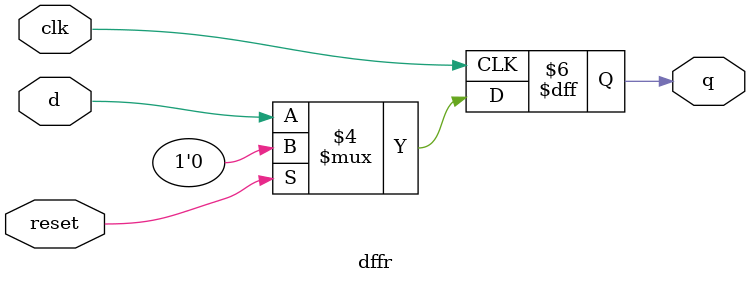
<source format=v>
module dffr
(
input wire clk,
input wire reset,
input wire d,
output reg q
);


always @(posedge clk)
if (reset==1'b1)
    q <= 1'b0;
else    
    q <= d;


endmodule
</source>
